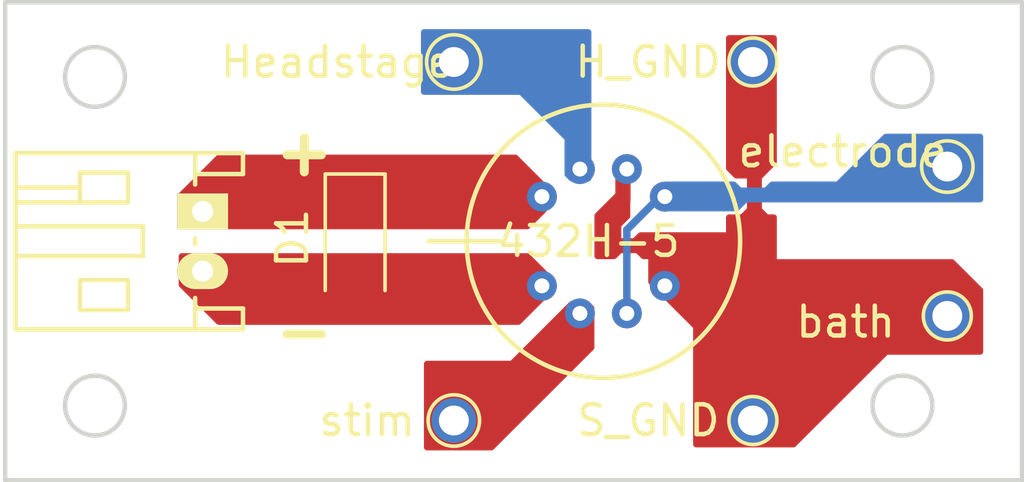
<source format=kicad_pcb>
(kicad_pcb (version 20221018) (generator pcbnew)
  (layers (0 "F.Cu" signal) (31 "B.Cu" signal) (34 "B.Paste" user) (35 "F.Paste" user) (36 "B.SilkS" user "B.Silkscreen") (37 "F.SilkS" user "F.Silkscreen") (38 "B.Mask" user) (39 "F.Mask" user) (44 "Edge.Cuts" user))
  (net 0 "")
  (net 1 "Net-(P2-Pad1)")
  (net 2 "Net-(P3-Pad1)")
  (net 3 "Net-(P4-Pad1)")
  (net 4 "Net-(D1-Pad1)")
  (net 5 "Net-(D1-Pad2)")
  (net 6 "Net-(P5-Pad1)")
  (footprint "Connectors_JST_PH:Connectors_JST_S2B-PH-K" (layer "F.Cu") (at 150.8 103.3 -90)
    (fp_text reference "P1" hide)
    (fp_text value "CONN_01X02" hide)
    (fp_line (start -1.95 -1.35) (end -1.95 6.25) (stroke (width 0.15)) (layer "F.SilkS"))
    (fp_line (start -1.95 0.25) (end -1.25 0.25) (stroke (width 0.15)) (layer "F.SilkS"))
    (fp_line (start -1.95 6.25) (end 3.95 6.25) (stroke (width 0.15)) (layer "F.SilkS"))
    (fp_line (start -1.3 2.5) (end -1.3 4.1) (stroke (width 0.15)) (layer "F.SilkS"))
    (fp_line (start -1.3 4.1) (end -0.3 4.1) (stroke (width 0.15)) (layer "F.SilkS"))
    (fp_line (start -1.25 -1.35) (end -1.95 -1.35) (stroke (width 0.15)) (layer "F.SilkS"))
    (fp_line (start -1.25 0.25) (end -1.25 -1.35) (stroke (width 0.15)) (layer "F.SilkS"))
    (fp_line (start -0.9 0.25) (end -1.25 0.25) (stroke (width 0.15)) (layer "F.SilkS"))
    (fp_line (start -0.8 4.1) (end -0.8 6.25) (stroke (width 0.15)) (layer "F.SilkS"))
    (fp_line (start -0.3 2.5) (end -1.3 2.5) (stroke (width 0.15)) (layer "F.SilkS"))
    (fp_line (start -0.3 4.1) (end -0.3 2.5) (stroke (width 0.15)) (layer "F.SilkS"))
    (fp_line (start -0.3 4.1) (end -0.3 6.25) (stroke (width 0.15)) (layer "F.SilkS"))
    (fp_line (start 0.5 2) (end 1.5 2) (stroke (width 0.15)) (layer "F.SilkS"))
    (fp_line (start 0.5 6.25) (end 0.5 2) (stroke (width 0.15)) (layer "F.SilkS"))
    (fp_line (start 0.9 0.25) (end 1.1 0.25) (stroke (width 0.15)) (layer "F.SilkS"))
    (fp_line (start 1.5 2) (end 1.5 6.25) (stroke (width 0.15)) (layer "F.SilkS"))
    (fp_line (start 2.3 2.5) (end 3.3 2.5) (stroke (width 0.15)) (layer "F.SilkS"))
    (fp_line (start 2.3 4.1) (end 2.3 2.5) (stroke (width 0.15)) (layer "F.SilkS"))
    (fp_line (start 3.25 -1.35) (end 3.25 0.25) (stroke (width 0.15)) (layer "F.SilkS"))
    (fp_line (start 3.25 0.25) (end 2.9 0.25) (stroke (width 0.15)) (layer "F.SilkS"))
    (fp_line (start 3.3 2.5) (end 3.3 4.1) (stroke (width 0.15)) (layer "F.SilkS"))
    (fp_line (start 3.3 4.1) (end 2.3 4.1) (stroke (width 0.15)) (layer "F.SilkS"))
    (fp_line (start 3.95 -1.35) (end 3.25 -1.35) (stroke (width 0.15)) (layer "F.SilkS"))
    (fp_line (start 3.95 0.25) (end 3.25 0.25) (stroke (width 0.15)) (layer "F.SilkS"))
    (fp_line (start 3.95 6.25) (end 3.95 -1.35) (stroke (width 0.15)) (layer "F.SilkS"))
    (pad "1" thru_hole rect (at 0 0 270) (size 1.2 1.7) (drill 0.7) (layers "*.Cu" "*.Mask" "F.SilkS") (net 4 "Net-(D1-Pad1)"))
    (pad "2" thru_hole oval (at 2 0 270) (size 1.2 1.7) (drill 0.7) (layers "*.Cu" "*.Mask" "F.SilkS") (net 5 "Net-(D1-Pad2)"))
  )
  (footprint "Connectors:PINTST" (layer "F.Cu") (at 159.2 98.3)
    (fp_text reference "P2" hide)
    (fp_text value "Headstage" (at -3.9 0) (layer "F.SilkS"))
    (fp_circle (center 0 0) (end -0.5 -0.762) (stroke (width 0.12)) (fill none) (layer "F.SilkS"))
    (pad "1" thru_hole circle (at 0 0) (size 1.5 1.5) (drill 1) (layers "*.Cu" "*.Mask") (net 1 "Net-(P2-Pad1)"))
  )
  (footprint "Connectors:PINTST" (layer "F.Cu") (at 159.2 110.3)
    (fp_text reference "P3" hide)
    (fp_text value "stim" (at -2.9 0) (layer "F.SilkS"))
    (fp_circle (center 0 0) (end -0.4 -0.762) (stroke (width 0.12)) (fill none) (layer "F.SilkS"))
    (pad "1" thru_hole circle (at 0 0) (size 1.5 1.5) (drill 1) (layers "*.Cu" "*.Mask") (net 2 "Net-(P3-Pad1)"))
  )
  (footprint "Connectors:PINTST" (layer "F.Cu") (at 175.7 101.8)
    (fp_text reference "P4" hide)
    (fp_text value "electrode" (at -3.5 -0.5 180) (layer "F.SilkS"))
    (fp_circle (center 0 0) (end -0.4 -0.762) (stroke (width 0.12)) (fill none) (layer "F.SilkS"))
    (pad "1" thru_hole circle (at 0 0) (size 1.5 1.5) (drill 1) (layers "*.Cu" "*.Mask") (net 3 "Net-(P4-Pad1)"))
  )
  (footprint "Diodes_SMD:D_SOD-123" (layer "F.Cu") (at 155.9 104.3 -90)
    (fp_text reference "D1" (at -0.1 2.1 270) (layer "F.SilkS"))
    (fp_text value "D" hide)
    (fp_line (start -2.25 -1) (end -2.25 1) (stroke (width 0.12)) (layer "F.SilkS"))
    (fp_line (start -2.25 -1) (end 1.65 -1) (stroke (width 0.12)) (layer "F.SilkS"))
    (fp_line (start -2.25 1) (end 1.65 1) (stroke (width 0.12)) (layer "F.SilkS"))
    (pad "1" smd rect (at -1.65 0 270) (size 0.9 1.2) (layers "F.Cu" "F.Paste" "F.Mask") (net 4 "Net-(D1-Pad1)"))
    (pad "2" smd rect (at 1.65 0 270) (size 0.9 1.2) (layers "F.Cu" "F.Paste" "F.Mask") (net 5 "Net-(D1-Pad2)"))
  )
  (footprint "Connectors:PINTST" (layer "F.Cu") (at 169.2 98.3)
    (fp_text reference "P5" hide)
    (fp_text value "H_GND" (at -3.5 0) (layer "F.SilkS"))
    (fp_circle (center 0 0) (end -0.254 -0.762) (stroke (width 0.12)) (fill none) (layer "F.SilkS"))
    (pad "1" thru_hole circle (at 0 0) (size 1.5 1.5) (drill 1) (layers "*.Cu" "*.Mask") (net 6 "Net-(P5-Pad1)"))
  )
  (footprint "Connectors:PINTST" (layer "F.Cu") (at 175.7 106.8)
    (fp_text reference "P6" hide)
    (fp_text value "bath" (at -3.4 0.2) (layer "F.SilkS"))
    (fp_circle (center 0 0) (end -0.254 -0.762) (stroke (width 0.12)) (fill none) (layer "F.SilkS"))
    (pad "1" thru_hole circle (at 0 0) (size 1.5 1.5) (drill 1) (layers "*.Cu" "*.Mask") (net 6 "Net-(P5-Pad1)"))
  )
  (footprint "additional_devices:TO-5-8" (layer "F.Cu") (at 164.2 104.3 90)
    (fp_text reference "U1" hide)
    (fp_text value "432H-5" (at 0 -0.5 180) (layer "F.SilkS"))
    (fp_line (start 0 -3.429) (end 0 -5.842) (stroke (width 0.15)) (layer "F.SilkS"))
    (fp_circle (center 0 0) (end 4.572 0) (stroke (width 0.15)) (fill none) (layer "F.SilkS"))
    (pad "1" thru_hole circle (at 1.492975 -2.054903 90) (size 1 1) (drill 0.5) (layers "*.Cu" "*.Mask") (net 4 "Net-(D1-Pad1)"))
    (pad "2" thru_hole circle (at 2.415684 -0.784903 54) (size 1 1) (drill 0.5) (layers "*.Cu" "*.Mask") (net 1 "Net-(P2-Pad1)"))
    (pad "3" thru_hole circle (at 2.415684 0.784903 18) (size 1 1) (drill 0.5) (layers "*.Cu" "*.Mask") (net 6 "Net-(P5-Pad1)"))
    (pad "4" thru_hole circle (at 1.492975 2.054903 342) (size 1 1) (drill 0.5) (layers "*.Cu" "*.Mask") (net 3 "Net-(P4-Pad1)"))
    (pad "5" thru_hole circle (at -1.492975 2.054903 270) (size 1 1) (drill 0.5) (layers "*.Cu" "*.Mask") (net 6 "Net-(P5-Pad1)"))
    (pad "6" thru_hole circle (at -2.415684 0.784903 234) (size 1 1) (drill 0.5) (layers "*.Cu" "*.Mask") (net 3 "Net-(P4-Pad1)"))
    (pad "7" thru_hole circle (at -2.415684 -0.784903 198) (size 1 1) (drill 0.5) (layers "*.Cu" "*.Mask") (net 2 "Net-(P3-Pad1)"))
    (pad "8" thru_hole circle (at -1.492975 -2.054903 162) (size 1 1) (drill 0.5) (layers "*.Cu" "*.Mask") (net 5 "Net-(D1-Pad2)"))
  )
  (footprint "Connectors:PINTST" (layer "F.Cu") (at 169.2 110.3)
    (fp_text reference "P7" hide)
    (fp_text value "S_GND" (at -3.5 0) (layer "F.SilkS"))
    (fp_circle (center 0 0) (end -0.254 -0.762) (stroke (width 0.12)) (fill none) (layer "F.SilkS"))
    (pad "1" thru_hole circle (at 0 0) (size 1.5 1.5) (drill 1) (layers "*.Cu" "*.Mask") (net 6 "Net-(P5-Pad1)"))
  )
  (gr_circle (center 147.2 98.8) (end 148.2 98.8) (stroke (width 0.15)) (fill none) (layer "Edge.Cuts"))
  (gr_line (start 144.2 96.3) (end 178.2 96.3) (stroke (width 0.15)) (layer "Edge.Cuts"))
  (gr_line (start 178.2 96.3) (end 178.2 112.3) (stroke (width 0.15)) (layer "Edge.Cuts"))
  (gr_circle (center 174.2 98.8) (end 175.2 98.8) (stroke (width 0.15)) (fill none) (layer "Edge.Cuts"))
  (gr_circle (center 147.2 109.8) (end 148.2 109.8) (stroke (width 0.15)) (fill none) (layer "Edge.Cuts"))
  (gr_circle (center 174.2 109.8) (end 175.2 109.8) (stroke (width 0.15)) (fill none) (layer "Edge.Cuts"))
  (gr_line (start 178.2 112.3) (end 144.2 112.3) (stroke (width 0.15)) (layer "Edge.Cuts"))
  (gr_line (start 144.2 112.3) (end 144.2 96.3) (stroke (width 0.15)) (layer "Edge.Cuts"))
  (gr_text "-" (at 154.2 107.3) (layer "F.SilkS") (effects (font (size 1.5 1.5) (thickness 0.3))))
  (gr_text "+" (at 154.2 101.3) (layer "F.SilkS") (effects (font (size 1.5 1.5) (thickness 0.3))))
  (segment (start 163.415097 99.615097) (end 162.1 98.3) (width 0.25) (layer "B.Cu") (net 1))
  (segment (start 162.1 98.3) (end 159.2 98.3) (width 0.25) (layer "B.Cu") (net 1))
  (segment (start 163.415097 101.884316) (end 163.415097 99.615097) (width 0.25) (layer "B.Cu") (net 1))
  (segment (start 163.384316 106.715684) (end 159.8 110.3) (width 0.25) (layer "F.Cu") (net 2))
  (segment (start 159.8 110.3) (end 159.2 110.3) (width 0.25) (layer "F.Cu") (net 2))
  (segment (start 163.415097 106.715684) (end 163.384316 106.715684) (width 0.25) (layer "F.Cu") (net 2))
  (segment (start 174.7 101.8) (end 173.692975 102.807025) (width 0.25) (layer "B.Cu") (net 3))
  (segment (start 173.692975 102.807025) (end 166.254903 102.807025) (width 0.25) (layer "B.Cu") (net 3))
  (segment (start 166.092975 102.807025) (end 164.984903 103.915097) (width 0.25) (layer "B.Cu") (net 3))
  (segment (start 164.984903 103.915097) (end 164.984903 106.715684) (width 0.25) (layer "B.Cu") (net 3))
  (segment (start 175.7 101.8) (end 174.7 101.8) (width 0.25) (layer "B.Cu") (net 3))
  (segment (start 166.254903 102.807025) (end 166.092975 102.807025) (width 0.25) (layer "B.Cu") (net 3))
  (segment (start 156.057025 102.807025) (end 156.05 102.8) (width 0.25) (layer "F.Cu") (net 4))
  (segment (start 156.05 102.8) (end 153.7 102.8) (width 0.25) (layer "F.Cu") (net 4))
  (segment (start 153.7 102.8) (end 153.2 103.3) (width 0.25) (layer "F.Cu") (net 4))
  (segment (start 153.2 103.3) (end 150.8 103.3) (width 0.25) (layer "F.Cu") (net 4))
  (segment (start 162.145097 102.807025) (end 156.057025 102.807025) (width 0.25) (layer "F.Cu") (net 4))
  (segment (start 156.057025 105.792975) (end 156.05 105.8) (width 0.25) (layer "F.Cu") (net 5))
  (segment (start 156.05 105.8) (end 153.7 105.8) (width 0.25) (layer "F.Cu") (net 5))
  (segment (start 153.7 105.8) (end 153.2 105.3) (width 0.25) (layer "F.Cu") (net 5))
  (segment (start 153.2 105.3) (end 150.8 105.3) (width 0.25) (layer "F.Cu") (net 5))
  (segment (start 162.145097 105.792975) (end 156.057025 105.792975) (width 0.25) (layer "F.Cu") (net 5))
  (segment (start 169.2 105.792975) (end 169.2 105.8) (width 0.25) (layer "F.Cu") (net 6))
  (segment (start 169.2 105.8) (end 169.2 98.3) (width 0.25) (layer "F.Cu") (net 6))
  (segment (start 169.2 106.8) (end 169.2 105.8) (width 0.25) (layer "F.Cu") (net 6))
  (segment (start 166.254903 104.545097) (end 166.209806 104.5) (width 0.25) (layer "F.Cu") (net 6))
  (segment (start 166.209806 104.5) (end 164.4 104.5) (width 0.25) (layer "F.Cu") (net 6))
  (segment (start 164.4 104.5) (end 164.3 104.4) (width 0.25) (layer "F.Cu") (net 6))
  (segment (start 164.3 104.4) (end 164.3 103.6) (width 0.25) (layer "F.Cu") (net 6))
  (segment (start 164.3 103.6) (end 164.984903 102.915097) (width 0.25) (layer "F.Cu") (net 6))
  (segment (start 164.984903 102.915097) (end 164.984903 101.884316) (width 0.25) (layer "F.Cu") (net 6))
  (segment (start 169.2 110.3) (end 169.2 106.8) (width 0.25) (layer "F.Cu") (net 6))
  (segment (start 166.254903 105.792975) (end 166.254903 104.545097) (width 0.25) (layer "F.Cu") (net 6))
  (segment (start 175.7 106.8) (end 169.2 106.8) (width 0.25) (layer "F.Cu") (net 6))
  (segment (start 166.254903 105.792975) (end 169.2 105.792975) (width 0.25) (layer "F.Cu") (net 6))
  (zone (net 4) (net_name "Net-(D1-Pad1)") (layer "F.Cu") (connect_pads yes (clearance 0.3)) (min_thickness 0.203) (fill yes (thermal_gap 0.254) (thermal_bridge_width 0.205))
    (polygon (pts (xy 162.3 102.4) (xy 162.3 103.3) (xy 161.7 103.9) (xy 150 103.9) (xy 150 102.7) (xy 151.3 101.4) (xy 161.3 101.4)))
  )
  (zone (net 5) (net_name "Net-(D1-Pad2)") (layer "F.Cu") (connect_pads yes (clearance 0.3)) (min_thickness 0.203) (fill yes (thermal_gap 0.254) (thermal_bridge_width 0.205))
    (polygon (pts (xy 162.5 105.5) (xy 162.5 106) (xy 161.4 107.1) (xy 151.3 107.1) (xy 150 105.8) (xy 150 104.7) (xy 161.7 104.7)))
  )
  (zone (net 2) (net_name "Net-(P3-Pad1)") (layer "F.Cu") (connect_pads yes (clearance 0.3)) (min_thickness 0.203) (fill yes (thermal_gap 0.254) (thermal_bridge_width 0.205))
    (polygon (pts (xy 163.1 106.3) (xy 161.1 108.3) (xy 158.2 108.3) (xy 158.2 111.3) (xy 160.5 111.3) (xy 163.9 107.9) (xy 163.9 106.5) (xy 163.7 106.3)))
  )
  (zone (net 6) (net_name "Net-(P5-Pad1)") (layer "F.Cu") (connect_pads yes (clearance 0.3)) (min_thickness 0.203) (fill yes (thermal_gap 0.254) (thermal_bridge_width 0.205))
    (polygon (pts (xy 170 101.7) (xy 169.5 102.2) (xy 169.5 103.2) (xy 169.7 103.4) (xy 170 103.4) (xy 170 104.9) (xy 175.9 104.9) (xy 176.9 105.9) (xy 176.9 108.1) (xy 173.7 108.1) (xy 170.6 111.2) (xy 167.2 111.2) (xy 167.2 107.2) (xy 165.7 105.7) (xy 165.7 104.9) (xy 165.5 104.9) (xy 165.3 104.7) (xy 164.8 104.7) (xy 164.6 104.9) (xy 163.9 104.9) (xy 163.9 103.4) (xy 164.6 102.7) (xy 164.6 101.6) (xy 165.1 101.6) (xy 165.1 103.5) (xy 164.8 103.8) (xy 164.8 104.2) (xy 165.2 104.2) (xy 165.4 104) (xy 168.3 104) (xy 168.3 103.4) (xy 168.8 103.4) (xy 169 103.2) (xy 169 102.2) (xy 168.6 102.2) (xy 168.3 101.9) (xy 168.3 97.4) (xy 170 97.4)))
  )
  (zone (net 1) (net_name "Net-(P2-Pad1)") (layer "B.Cu") (connect_pads yes (clearance 0.3)) (min_thickness 0.203) (fill yes (thermal_gap 0.254) (thermal_bridge_width 0.205))
    (polygon (pts (xy 163.8 102.3) (xy 163.1 102.3) (xy 162.9 102.1) (xy 162.9 100.9) (xy 161.4 99.4) (xy 158.1 99.4) (xy 158.1 97.2) (xy 163.8 97.2)))
  )
  (zone (net 3) (net_name "Net-(P4-Pad1)") (layer "B.Cu") (connect_pads yes (clearance 0.3)) (min_thickness 0.203) (fill yes (thermal_gap 0.254) (thermal_bridge_width 0.205))
    (polygon (pts (xy 169.6 102.5) (xy 169.8 102.3) (xy 172 102.3) (xy 173.6 100.7) (xy 176.9 100.7) (xy 176.9 103) (xy 169 103) (xy 168.7 103.3) (xy 166.2 103.3) (xy 166.2 102.3) (xy 168.6 102.3) (xy 168.8 102.5)))
  )
)
</source>
